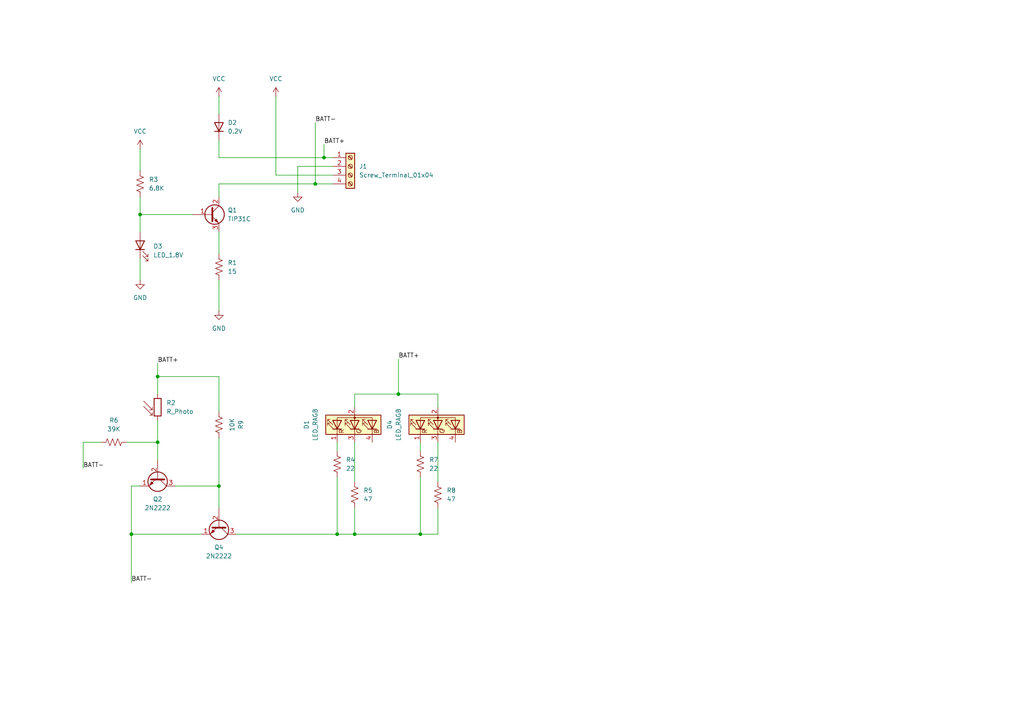
<source format=kicad_sch>
(kicad_sch (version 20231120) (generator "eeschema") (generator_version "8.0")
  (paper "A4")
  (lib_symbols
    (symbol "Connector:Screw_Terminal_01x04" (pin_names (offset 1.016) hide)
      (property "Reference" "J" (at 0 5.08 0))
      (property "Value" "Screw_Terminal_01x04" (at 0 -7.62 0))
      (symbol "Screw_Terminal_01x04_1_1"
        (rectangle (start -1.27 3.81) (end 1.27 -6.35) (stroke (width 0.254)) (fill (type background)))
        (circle (center 0 -5.08) (radius 0.635) (stroke (width 0.1524)))
        (circle (center 0 -2.54) (radius 0.635) (stroke (width 0.1524)))
        (polyline (pts (xy -0.5334 -4.7498) (xy 0.3302 -5.588)) (stroke (width 0.1524)))
        (polyline (pts (xy -0.5334 -2.2098) (xy 0.3302 -3.048)) (stroke (width 0.1524)))
        (polyline (pts (xy -0.5334 0.3302) (xy 0.3302 -0.508)) (stroke (width 0.1524)))
        (polyline (pts (xy -0.5334 2.8702) (xy 0.3302 2.032)) (stroke (width 0.1524)))
        (polyline (pts (xy -0.3556 -4.572) (xy 0.508 -5.4102)) (stroke (width 0.1524)))
        (polyline (pts (xy -0.3556 -2.032) (xy 0.508 -2.8702)) (stroke (width 0.1524)))
        (polyline (pts (xy -0.3556 0.508) (xy 0.508 -0.3302)) (stroke (width 0.1524)))
        (polyline (pts (xy -0.3556 3.048) (xy 0.508 2.2098)) (stroke (width 0.1524)))
        (circle (center 0 0) (radius 0.635) (stroke (width 0.1524)))
        (circle (center 0 2.54) (radius 0.635) (stroke (width 0.1524)))
        (pin passive line (at -5.08 2.54 0) (length 3.81) (name "Pin_1") (number "1"))
        (pin passive line (at -5.08 0 0) (length 3.81) (name "Pin_2") (number "2"))
        (pin passive line (at -5.08 -2.54 0) (length 3.81) (name "Pin_3") (number "3"))
        (pin passive line (at -5.08 -5.08 0) (length 3.81) (name "Pin_4") (number "4"))
      )
    )
    (symbol "Device:D" (pin_numbers hide) (pin_names (offset 1.016) hide)
      (property "Reference" "D" (at 0 2.54 0))
      (property "Value" "D" (at 0 -2.54 0))
      (symbol "D_0_1"
        (polyline (pts (xy -1.27 1.27) (xy -1.27 -1.27)) (stroke (width 0.254)))
        (polyline (pts (xy 1.27 0) (xy -1.27 0)))
        (polyline (pts (xy 1.27 1.27) (xy 1.27 -1.27) (xy -1.27 0) (xy 1.27 1.27)) (stroke (width 0.254)))
      )
      (symbol "D_1_1"
        (pin passive line (at -3.81 0 0) (length 2.54) (name "K") (number "1"))
        (pin passive line (at 3.81 0 180) (length 2.54) (name "A") (number "2"))
      )
    )
    (symbol "Device:LED" (pin_numbers hide) (pin_names (offset 1.016) hide)
      (property "Reference" "D" (at 0 2.54 0))
      (property "Value" "LED" (at 0 -2.54 0))
      (symbol "LED_0_1"
        (polyline (pts (xy -1.27 -1.27) (xy -1.27 1.27)) (stroke (width 0.254)))
        (polyline (pts (xy -1.27 0) (xy 1.27 0)))
        (polyline (pts (xy 1.27 -1.27) (xy 1.27 1.27) (xy -1.27 0) (xy 1.27 -1.27)) (stroke (width 0.254)))
        (polyline (pts (xy -3.048 -0.762) (xy -4.572 -2.286) (xy -3.81 -2.286) (xy -4.572 -2.286) (xy -4.572 -1.524)))
        (polyline (pts (xy -1.778 -0.762) (xy -3.302 -2.286) (xy -2.54 -2.286) (xy -3.302 -2.286) (xy -3.302 -1.524)))
      )
      (symbol "LED_1_1"
        (pin passive line (at -3.81 0 0) (length 2.54) (name "K") (number "1"))
        (pin passive line (at 3.81 0 180) (length 2.54) (name "A") (number "2"))
      )
    )
    (symbol "Device:LED_RAGB" (pin_names (offset 0) hide)
      (property "Reference" "D" (at 0 9.398 0))
      (property "Value" "LED_RAGB" (at 0 -8.89 0))
      (symbol "LED_RAGB_0_0"
        (text "B" (at -1.905 -6.35 0) (effects (font (size 1.27 1.27))))
        (text "G" (at -1.905 -1.27 0) (effects (font (size 1.27 1.27))))
        (text "R" (at -1.905 3.81 0) (effects (font (size 1.27 1.27))))
      )
      (symbol "LED_RAGB_0_1"
        (polyline (pts (xy -1.27 -5.08) (xy -2.54 -5.08)))
        (polyline (pts (xy -1.27 -5.08) (xy 1.27 -5.08)))
        (polyline (pts (xy -1.27 -3.81) (xy -1.27 -6.35)) (stroke (width 0.254)))
        (polyline (pts (xy -1.27 0) (xy -2.54 0)))
        (polyline (pts (xy -1.27 1.27) (xy -1.27 -1.27)) (stroke (width 0.254)))
        (polyline (pts (xy -1.27 5.08) (xy -2.54 5.08)))
        (polyline (pts (xy -1.27 5.08) (xy 1.27 5.08)))
        (polyline (pts (xy -1.27 6.35) (xy -1.27 3.81)) (stroke (width 0.254)))
        (polyline (pts (xy 1.27 0) (xy -1.27 0)))
        (polyline (pts (xy 1.27 0) (xy 2.54 0)))
        (polyline (pts (xy -1.27 1.27) (xy -1.27 -1.27) (xy -1.27 -1.27)))
        (polyline (pts (xy -1.27 6.35) (xy -1.27 3.81) (xy -1.27 3.81)))
        (polyline (pts (xy 1.27 -5.08) (xy 2.032 -5.08) (xy 2.032 5.08) (xy 1.27 5.08)))
        (polyline (pts (xy 1.27 -3.81) (xy 1.27 -6.35) (xy -1.27 -5.08) (xy 1.27 -3.81)) (stroke (width 0.254)))
        (polyline (pts (xy 1.27 1.27) (xy 1.27 -1.27) (xy -1.27 0) (xy 1.27 1.27)) (stroke (width 0.254)))
        (polyline (pts (xy 1.27 6.35) (xy 1.27 3.81) (xy -1.27 5.08) (xy 1.27 6.35)) (stroke (width 0.254)))
        (polyline (pts (xy -1.016 -3.81) (xy 0.508 -2.286) (xy -0.254 -2.286) (xy 0.508 -2.286) (xy 0.508 -3.048)))
        (polyline (pts (xy -1.016 1.27) (xy 0.508 2.794) (xy -0.254 2.794) (xy 0.508 2.794) (xy 0.508 2.032)))
        (polyline (pts (xy -1.016 6.35) (xy 0.508 7.874) (xy -0.254 7.874) (xy 0.508 7.874) (xy 0.508 7.112)))
        (polyline (pts (xy 0 -3.81) (xy 1.524 -2.286) (xy 0.762 -2.286) (xy 1.524 -2.286) (xy 1.524 -3.048)))
        (polyline (pts (xy 0 1.27) (xy 1.524 2.794) (xy 0.762 2.794) (xy 1.524 2.794) (xy 1.524 2.032)))
        (polyline (pts (xy 0 6.35) (xy 1.524 7.874) (xy 0.762 7.874) (xy 1.524 7.874) (xy 1.524 7.112)))
        (rectangle (start 1.27 -1.27) (end 1.27 1.27))
        (rectangle (start 1.27 1.27) (end 1.27 1.27))
        (rectangle (start 1.27 3.81) (end 1.27 6.35))
        (rectangle (start 1.27 6.35) (end 1.27 6.35))
        (circle (center 2.032 0) (radius 0.254) (fill (type outline)))
        (rectangle (start 2.794 8.382) (end -2.794 -7.62) (stroke (width 0.254)) (fill (type background)))
      )
      (symbol "LED_RAGB_1_1"
        (pin passive line (at -5.08 5.08 0) (length 2.54) (name "RK") (number "1"))
        (pin passive line (at 5.08 0 180) (length 2.54) (name "A") (number "2"))
        (pin passive line (at -5.08 0 0) (length 2.54) (name "GK") (number "3"))
        (pin passive line (at -5.08 -5.08 0) (length 2.54) (name "BK") (number "4"))
      )
    )
    (symbol "Device:Q_NPN_BCE" (pin_names (offset 0) hide)
      (property "Reference" "Q" (at 5.08 1.27 0))
      (property "Value" "Q_NPN_BCE" (at 5.08 -1.27 0))
      (symbol "Q_NPN_BCE_0_1"
        (polyline (pts (xy 0.635 0.635) (xy 2.54 2.54)))
        (polyline (pts (xy 0.635 -0.635) (xy 2.54 -2.54) (xy 2.54 -2.54)))
        (polyline (pts (xy 0.635 1.905) (xy 0.635 -1.905) (xy 0.635 -1.905)) (stroke (width 0.508)))
        (polyline (pts (xy 1.27 -1.778) (xy 1.778 -1.27) (xy 2.286 -2.286) (xy 1.27 -1.778) (xy 1.27 -1.778)) (fill (type outline)))
        (circle (center 1.27 0) (radius 2.8194) (stroke (width 0.254)))
      )
      (symbol "Q_NPN_BCE_1_1"
        (pin input line (at -5.08 0 0) (length 5.715) (name "B") (number "1"))
        (pin passive line (at 2.54 5.08 270) (length 2.54) (name "C") (number "2"))
        (pin passive line (at 2.54 -5.08 90) (length 2.54) (name "E") (number "3"))
      )
    )
    (symbol "Device:Q_NPN_EBC" (pin_names (offset 0) hide)
      (property "Reference" "Q" (at 5.08 1.27 0))
      (property "Value" "Q_NPN_EBC" (at 5.08 -1.27 0))
      (symbol "Q_NPN_EBC_0_1"
        (polyline (pts (xy 0.635 0.635) (xy 2.54 2.54)))
        (polyline (pts (xy 0.635 -0.635) (xy 2.54 -2.54) (xy 2.54 -2.54)))
        (polyline (pts (xy 0.635 1.905) (xy 0.635 -1.905) (xy 0.635 -1.905)) (stroke (width 0.508)))
        (polyline (pts (xy 1.27 -1.778) (xy 1.778 -1.27) (xy 2.286 -2.286) (xy 1.27 -1.778) (xy 1.27 -1.778)) (fill (type outline)))
        (circle (center 1.27 0) (radius 2.8194) (stroke (width 0.254)))
      )
      (symbol "Q_NPN_EBC_1_1"
        (pin passive line (at 2.54 -5.08 90) (length 2.54) (name "E") (number "1"))
        (pin passive line (at -5.08 0 0) (length 5.715) (name "B") (number "2"))
        (pin passive line (at 2.54 5.08 270) (length 2.54) (name "C") (number "3"))
      )
    )
    (symbol "Device:R_Photo" (pin_numbers hide) (pin_names (offset 0))
      (property "Reference" "R" (at 1.27 1.27 0))
      (property "Value" "R_Photo" (at 1.27 0 0))
      (symbol "R_Photo_0_1"
        (rectangle (start -1.016 2.54) (end 1.016 -2.54) (stroke (width 0.254)))
        (polyline (pts (xy -1.524 -2.286) (xy -4.064 0.254)))
        (polyline (pts (xy -1.524 -2.286) (xy -2.286 -2.286)))
        (polyline (pts (xy -1.524 -2.286) (xy -1.524 -1.524)))
        (polyline (pts (xy -1.524 -0.762) (xy -4.064 1.778)))
        (polyline (pts (xy -1.524 -0.762) (xy -2.286 -0.762)))
        (polyline (pts (xy -1.524 -0.762) (xy -1.524 0)))
      )
      (symbol "R_Photo_1_1"
        (pin passive line (at 0 3.81 270) (length 1.27) (name "~") (number "1"))
        (pin passive line (at 0 -3.81 90) (length 1.27) (name "~") (number "2"))
      )
    )
    (symbol "Device:R_US" (pin_numbers hide) (pin_names (offset 0))
      (property "Reference" "R" (at 2.54 0 90))
      (property "Value" "R_US" (at -2.54 0 90))
      (symbol "R_US_0_1"
        (polyline (pts (xy 0 -2.286) (xy 0 -2.54)))
        (polyline (pts (xy 0 2.286) (xy 0 2.54)))
        (polyline (pts (xy 0 -0.762) (xy 1.016 -1.143) (xy 0 -1.524) (xy -1.016 -1.905) (xy 0 -2.286)))
        (polyline (pts (xy 0 0.762) (xy 1.016 0.381) (xy 0 0) (xy -1.016 -0.381) (xy 0 -0.762)))
        (polyline (pts (xy 0 2.286) (xy 1.016 1.905) (xy 0 1.524) (xy -1.016 1.143) (xy 0 0.762)))
      )
      (symbol "R_US_1_1"
        (pin passive line (at 0 3.81 270) (length 1.27) (name "~") (number "1"))
        (pin passive line (at 0 -3.81 90) (length 1.27) (name "~") (number "2"))
      )
    )
    (symbol "power:GND" (power) (pin_numbers hide) (pin_names (offset 0) hide)
      (property "Value" "GND" (at 0 -3.81 0))
      (symbol "GND_0_1"
        (polyline (pts (xy 0 0) (xy 0 -1.27) (xy 1.27 -1.27) (xy 0 -2.54) (xy -1.27 -1.27) (xy 0 -1.27)))
      )
      (symbol "GND_1_1"
        (pin power_in line (at 0 0 270) (length 0) (name "~") (number "1"))
      )
    )
    (symbol "power:VCC" (power) (pin_numbers hide) (pin_names (offset 0) hide)
      (property "Value" "VCC" (at 0 3.556 0))
      (symbol "VCC_0_1"
        (polyline (pts (xy -0.762 1.27) (xy 0 2.54)))
        (polyline (pts (xy 0 0) (xy 0 2.54)))
        (polyline (pts (xy 0 2.54) (xy 0.762 1.27)))
      )
      (symbol "VCC_1_1"
        (pin power_in line (at 0 0 90) (length 0) (name "~") (number "1"))
      )
    )
  )
  (junction (at 45.72 109.22))
  (junction (at 38.1 154.94))
  (junction (at 45.72 128.27))
  (junction (at 63.5 140.97))
  (junction (at 102.87 154.94))
  (junction (at 97.79 154.94))
  (junction (at 40.64 62.23))
  (junction (at 93.98 45.72))
  (junction (at 115.57 114.3))
  (junction (at 121.92 154.94))
  (junction (at 91.44 53.34))
  (wire (pts (xy 86.36 48.26) (xy 86.36 55.88)))
  (wire (pts (xy 102.87 128.27) (xy 102.87 139.7)))
  (wire (pts (xy 45.72 128.27) (xy 45.72 133.35)))
  (wire (pts (xy 93.98 45.72) (xy 96.52 45.72)))
  (wire (pts (xy 102.87 147.32) (xy 102.87 154.94)))
  (wire (pts (xy 102.87 118.11) (xy 102.87 114.3)))
  (wire (pts (xy 40.64 62.23) (xy 55.88 62.23)))
  (wire (pts (xy 80.01 27.94) (xy 80.01 50.8)))
  (wire (pts (xy 63.5 127) (xy 63.5 140.97)))
  (wire (pts (xy 97.79 128.27) (xy 97.79 130.81)))
  (wire (pts (xy 63.5 53.34) (xy 91.44 53.34)))
  (wire (pts (xy 63.5 53.34) (xy 63.5 57.15)))
  (wire (pts (xy 127 154.94) (xy 127 147.32)))
  (wire (pts (xy 86.36 48.26) (xy 96.52 48.26)))
  (wire (pts (xy 45.72 121.92) (xy 45.72 128.27)))
  (wire (pts (xy 102.87 114.3) (xy 115.57 114.3)))
  (wire (pts (xy 80.01 50.8) (xy 96.52 50.8)))
  (wire (pts (xy 121.92 154.94) (xy 127 154.94)))
  (wire (pts (xy 38.1 140.97) (xy 38.1 154.94)))
  (wire (pts (xy 45.72 109.22) (xy 45.72 114.3)))
  (wire (pts (xy 63.5 109.22) (xy 45.72 109.22)))
  (wire (pts (xy 96.52 53.34) (xy 91.44 53.34)))
  (wire (pts (xy 24.13 135.89) (xy 24.13 128.27)))
  (wire (pts (xy 38.1 154.94) (xy 38.1 168.91)))
  (wire (pts (xy 63.5 40.64) (xy 63.5 45.72)))
  (wire (pts (xy 93.98 41.91) (xy 93.98 45.72)))
  (wire (pts (xy 91.44 35.56) (xy 91.44 53.34)))
  (wire (pts (xy 45.72 105.41) (xy 45.72 109.22)))
  (wire (pts (xy 40.64 74.93) (xy 40.64 81.28)))
  (wire (pts (xy 63.5 119.38) (xy 63.5 109.22)))
  (wire (pts (xy 63.5 81.28) (xy 63.5 90.17)))
  (wire (pts (xy 121.92 138.43) (xy 121.92 154.94)))
  (wire (pts (xy 127 128.27) (xy 127 139.7)))
  (wire (pts (xy 40.64 62.23) (xy 40.64 67.31)))
  (wire (pts (xy 102.87 154.94) (xy 121.92 154.94)))
  (wire (pts (xy 68.58 154.94) (xy 97.79 154.94)))
  (wire (pts (xy 97.79 154.94) (xy 102.87 154.94)))
  (wire (pts (xy 40.64 140.97) (xy 38.1 140.97)))
  (wire (pts (xy 24.13 128.27) (xy 29.21 128.27)))
  (wire (pts (xy 50.8 140.97) (xy 63.5 140.97)))
  (wire (pts (xy 63.5 27.94) (xy 63.5 33.02)))
  (wire (pts (xy 115.57 104.14) (xy 115.57 114.3)))
  (wire (pts (xy 36.83 128.27) (xy 45.72 128.27)))
  (wire (pts (xy 40.64 57.15) (xy 40.64 62.23)))
  (wire (pts (xy 63.5 140.97) (xy 63.5 147.32)))
  (wire (pts (xy 127 114.3) (xy 127 118.11)))
  (wire (pts (xy 97.79 138.43) (xy 97.79 154.94)))
  (wire (pts (xy 63.5 67.31) (xy 63.5 73.66)))
  (wire (pts (xy 121.92 128.27) (xy 121.92 130.81)))
  (wire (pts (xy 58.42 154.94) (xy 38.1 154.94)))
  (wire (pts (xy 63.5 45.72) (xy 93.98 45.72)))
  (wire (pts (xy 40.64 43.18) (xy 40.64 49.53)))
  (wire (pts (xy 115.57 114.3) (xy 127 114.3)))
  (label "BATT+" (at 45.72 105.41 0))
  (label "BATT+" (at 115.57 104.14 0))
  (label "BATT+" (at 93.98 41.91 0))
  (label "BATT-" (at 91.44 35.56 0))
  (label "BATT-" (at 24.13 135.89 0))
  (label "BATT-" (at 38.1 168.91 0))
  (symbol (lib_id "Device:R_Photo") (at 45.72 118.11 0) (unit 1)
    (property "Reference" "R2" (at 48.26 116.8399 0) (effects (justify left)))
    (property "Value" "R_Photo" (at 48.26 119.3799 0) (effects (justify left)))
    (property "Footprint" "OptoDevice:R_LDR_5.0x4.1mm_P3mm_Vertical" (effects (hide yes)))
    (property "Description" "Photoresistor" (effects (hide yes)))
  )
  (symbol (lib_id "Device:R_US") (at 40.64 53.34 0) (unit 1)
    (property "Reference" "R3" (at 43.18 52.0699 0) (effects (justify left)))
    (property "Value" "6.8K" (at 43.18 54.6099 0) (effects (justify left)))
    (property "Footprint" "Resistor_THT:R_Axial_DIN0207_L6.3mm_D2.5mm_P7.62mm_Horizontal" (effects (hide yes)))
    (property "Description" "Resistor, US symbol" (effects (hide yes)))
  )
  (symbol (lib_id "Device:Q_NPN_EBC") (at 63.5 152.4 270) (unit 1)
    (property "Reference" "Q4" (at 63.5 158.75 90))
    (property "Value" "2N2222" (at 63.5 161.29 90))
    (property "Footprint" "Package_TO_SOT_THT:TO-92_Inline_Wide" (effects (hide yes)))
    (property "Description" "NPN transistor, emitter/base/collector" (effects (hide yes)))
  )
  (symbol (lib_id "Device:R_US") (at 97.79 134.62 0) (unit 1)
    (property "Reference" "R4" (at 100.33 133.3499 0) (effects (justify left)))
    (property "Value" "22" (at 100.33 135.8899 0) (effects (justify left)))
    (property "Footprint" "Resistor_THT:R_Axial_DIN0207_L6.3mm_D2.5mm_P7.62mm_Horizontal" (effects (hide yes)))
    (property "Description" "Resistor, US symbol" (effects (hide yes)))
  )
  (symbol (lib_id "Device:Q_NPN_BCE") (at 60.96 62.23 0) (unit 1)
    (property "Reference" "Q1" (at 66.04 60.9599 0) (effects (justify left)))
    (property "Value" "TIP31C" (at 66.04 63.4999 0) (effects (justify left)))
    (property "Footprint" "Package_TO_SOT_THT:TO-220-3_Horizontal_TabDown" (effects (hide yes)))
    (property "Description" "NPN transistor, base/collector/emitter" (effects (hide yes)))
  )
  (symbol (lib_id "Device:R_US") (at 121.92 134.62 0) (unit 1)
    (property "Reference" "R7" (at 124.46 133.3499 0) (effects (justify left)))
    (property "Value" "22" (at 124.46 135.8899 0) (effects (justify left)))
    (property "Footprint" "Resistor_THT:R_Axial_DIN0207_L6.3mm_D2.5mm_P7.62mm_Horizontal" (effects (hide yes)))
    (property "Description" "Resistor, US symbol" (effects (hide yes)))
  )
  (symbol (lib_id "Device:Q_NPN_EBC") (at 45.72 138.43 270) (unit 1)
    (property "Reference" "Q2" (at 45.72 144.78 90))
    (property "Value" "2N2222" (at 45.72 147.32 90))
    (property "Footprint" "Package_TO_SOT_THT:TO-92_Inline_Wide" (effects (hide yes)))
    (property "Description" "NPN transistor, emitter/base/collector" (effects (hide yes)))
  )
  (symbol (lib_id "power:GND") (at 86.36 55.88 0) (unit 1)
    (property "Reference" "#PWR06" (effects (hide yes)))
    (property "Value" "GND" (at 86.36 60.96 0))
    (property "Description" "Power symbol creates a global label with name \"GND\" , ground" (effects (hide yes)))
  )
  (symbol (lib_id "Connector:Screw_Terminal_01x04") (at 101.6 48.26 0) (unit 1)
    (property "Reference" "J1" (at 104.14 48.2599 0) (effects (justify left)))
    (property "Value" "Screw_Terminal_01x04" (at 104.14 50.7999 0) (effects (justify left)))
    (property "Footprint" "TerminalBlock:TerminalBlock_Altech_AK300-4_P5.00mm" (effects (hide yes)))
    (property "Description" "Generic screw terminal, single row, 01x04, script generated (kicad-library-utils/schlib/autogen/connector/)" (effects (hide yes)))
  )
  (symbol (lib_id "Device:R_US") (at 33.02 128.27 90) (unit 1)
    (property "Reference" "R6" (at 33.02 121.92 90))
    (property "Value" "39K" (at 33.02 124.46 90))
    (property "Footprint" "Resistor_THT:R_Axial_DIN0207_L6.3mm_D2.5mm_P7.62mm_Horizontal" (effects (hide yes)))
    (property "Description" "Resistor, US symbol" (effects (hide yes)))
  )
  (symbol (lib_id "power:GND") (at 63.5 90.17 0) (unit 1)
    (property "Reference" "#PWR01" (effects (hide yes)))
    (property "Value" "GND" (at 63.5 95.25 0))
    (property "Description" "Power symbol creates a global label with name \"GND\" , ground" (effects (hide yes)))
  )
  (symbol (lib_id "Device:R_US") (at 127 143.51 0) (unit 1)
    (property "Reference" "R8" (at 129.54 142.2399 0) (effects (justify left)))
    (property "Value" "47" (at 129.54 144.7799 0) (effects (justify left)))
    (property "Footprint" "Resistor_THT:R_Axial_DIN0207_L6.3mm_D2.5mm_P7.62mm_Horizontal" (effects (hide yes)))
    (property "Description" "Resistor, US symbol" (effects (hide yes)))
  )
  (symbol (lib_id "Device:D") (at 63.5 36.83 90) (unit 1)
    (property "Reference" "D2" (at 66.04 35.5599 90) (effects (justify right)))
    (property "Value" "0.2V" (at 66.04 38.0999 90) (effects (justify right)))
    (property "Footprint" "Diode_THT:D_A-405_P7.62mm_Horizontal" (effects (hide yes)))
    (property "Description" "Diode" (effects (hide yes)))
    (property "Sim.Device" "D" (effects (hide yes)))
    (property "Sim.Pins" "1=K 2=A" (effects (hide yes)))
  )
  (symbol (lib_id "power:GND") (at 40.64 81.28 0) (unit 1)
    (property "Reference" "#PWR03" (effects (hide yes)))
    (property "Value" "GND" (at 40.64 86.36 0))
    (property "Description" "Power symbol creates a global label with name \"GND\" , ground" (effects (hide yes)))
  )
  (symbol (lib_id "Device:R_US") (at 63.5 77.47 0) (unit 1)
    (property "Reference" "R1" (at 66.04 76.1999 0) (effects (justify left)))
    (property "Value" "15" (at 66.04 78.7399 0) (effects (justify left)))
    (property "Footprint" "Resistor_THT:R_Axial_DIN0207_L6.3mm_D2.5mm_P7.62mm_Horizontal" (effects (hide yes)))
    (property "Description" "Resistor, US symbol" (effects (hide yes)))
  )
  (symbol (lib_id "power:VCC") (at 63.5 27.94 0) (unit 1)
    (property "Reference" "#PWR04" (effects (hide yes)))
    (property "Value" "VCC" (at 63.5 22.86 0))
    (property "Description" "Power symbol creates a global label with name \"VCC\"" (effects (hide yes)))
  )
  (symbol (lib_id "Device:LED_RAGB") (at 127 123.19 90) (unit 1)
    (property "Reference" "D4" (at 113.03 123.19 0))
    (property "Value" "LED_RAGB" (at 115.57 123.19 0))
    (property "Footprint" "Connector_PinHeader_2.54mm:PinHeader_1x04_P2.54mm_Vertical" (effects (hide yes)))
    (property "Description" "RGB LED, red/anode/green/blue" (effects (hide yes)))
  )
  (symbol (lib_id "Device:LED_RAGB") (at 102.87 123.19 90) (unit 1)
    (property "Reference" "D1" (at 88.9 123.19 0))
    (property "Value" "LED_RAGB" (at 91.44 123.19 0))
    (property "Footprint" "Connector_PinHeader_2.54mm:PinHeader_1x04_P2.54mm_Vertical" (effects (hide yes)))
    (property "Description" "RGB LED, red/anode/green/blue" (effects (hide yes)))
  )
  (symbol (lib_id "Device:LED") (at 40.64 71.12 90) (unit 1)
    (property "Reference" "D3" (at 44.45 71.4374 90) (effects (justify right)))
    (property "Value" "LED_1.8V" (at 44.45 73.9774 90) (effects (justify right)))
    (property "Footprint" "LED_THT:LED_D3.0mm_Horizontal_O3.81mm_Z2.0mm" (effects (hide yes)))
    (property "Description" "Light emitting diode" (effects (hide yes)))
  )
  (symbol (lib_id "Device:R_US") (at 102.87 143.51 0) (unit 1)
    (property "Reference" "R5" (at 105.41 142.2399 0) (effects (justify left)))
    (property "Value" "47" (at 105.41 144.7799 0) (effects (justify left)))
    (property "Footprint" "Resistor_THT:R_Axial_DIN0207_L6.3mm_D2.5mm_P7.62mm_Horizontal" (effects (hide yes)))
    (property "Description" "Resistor, US symbol" (effects (hide yes)))
  )
  (symbol (lib_id "power:VCC") (at 40.64 43.18 0) (unit 1)
    (property "Reference" "#PWR02" (effects (hide yes)))
    (property "Value" "VCC" (at 40.64 38.1 0))
    (property "Description" "Power symbol creates a global label with name \"VCC\"" (effects (hide yes)))
  )
  (symbol (lib_id "Device:R_US") (at 63.5 123.19 0) (unit 1)
    (property "Reference" "R9" (at 69.85 123.19 90))
    (property "Value" "10K" (at 67.31 123.19 90))
    (property "Footprint" "Resistor_THT:R_Axial_DIN0207_L6.3mm_D2.5mm_P7.62mm_Horizontal" (effects (hide yes)))
    (property "Description" "Resistor, US symbol" (effects (hide yes)))
  )
  (symbol (lib_id "power:VCC") (at 80.01 27.94 0) (unit 1)
    (property "Reference" "#PWR05" (effects (hide yes)))
    (property "Value" "VCC" (at 80.01 22.86 0))
    (property "Description" "Power symbol creates a global label with name \"VCC\"" (effects (hide yes)))
  )
)
</source>
